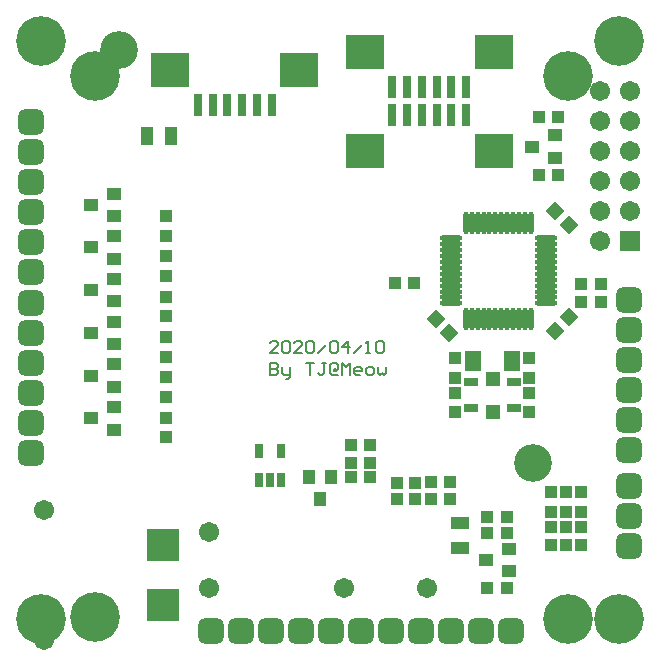
<source format=gts>
G04*
G04 #@! TF.GenerationSoftware,Altium Limited,Altium Designer,18.1.9 (240)*
G04*
G04 Layer_Color=8388736*
%FSLAX25Y25*%
%MOIN*%
G70*
G01*
G75*
%ADD16C,0.00800*%
%ADD19C,0.00600*%
%ADD42R,0.04300X0.04300*%
G04:AMPARAMS|DCode=43|XSize=86.74mil|YSize=86.74mil|CornerRadius=23.68mil|HoleSize=0mil|Usage=FLASHONLY|Rotation=0.000|XOffset=0mil|YOffset=0mil|HoleType=Round|Shape=RoundedRectangle|*
%AMROUNDEDRECTD43*
21,1,0.08674,0.03937,0,0,0.0*
21,1,0.03937,0.08674,0,0,0.0*
1,1,0.04737,0.01968,-0.01968*
1,1,0.04737,-0.01968,-0.01968*
1,1,0.04737,-0.01968,0.01968*
1,1,0.04737,0.01968,0.01968*
%
%ADD43ROUNDEDRECTD43*%
%ADD44R,0.03950X0.03950*%
%ADD45O,0.01981X0.07493*%
%ADD46O,0.07493X0.01981*%
%ADD47R,0.04300X0.04300*%
%ADD48R,0.03162X0.07493*%
G04:AMPARAMS|DCode=49|XSize=86.74mil|YSize=86.74mil|CornerRadius=23.68mil|HoleSize=0mil|Usage=FLASHONLY|Rotation=90.000|XOffset=0mil|YOffset=0mil|HoleType=Round|Shape=RoundedRectangle|*
%AMROUNDEDRECTD49*
21,1,0.08674,0.03937,0,0,90.0*
21,1,0.03937,0.08674,0,0,90.0*
1,1,0.04737,0.01968,0.01968*
1,1,0.04737,0.01968,-0.01968*
1,1,0.04737,-0.01968,-0.01968*
1,1,0.04737,-0.01968,0.01968*
%
%ADD49ROUNDEDRECTD49*%
%ADD50R,0.12611X0.11430*%
%ADD51R,0.05918X0.04147*%
%ADD52R,0.03162X0.05131*%
%ADD53R,0.03950X0.04737*%
%ADD54R,0.04737X0.03950*%
%ADD55R,0.04147X0.05918*%
%ADD56P,0.06081X4X90.0*%
%ADD57P,0.06081X4X360.0*%
%ADD58R,0.05524X0.06706*%
%ADD59R,0.04737X0.04737*%
%ADD60R,0.04737X0.03162*%
%ADD61R,0.03950X0.03950*%
%ADD62R,0.06706X0.06706*%
%ADD63C,0.06706*%
%ADD64C,0.06706*%
%ADD65R,0.10642X0.10642*%
%ADD66C,0.12611*%
%ADD67C,0.16548*%
D16*
X470300Y242855D02*
Y238856D01*
X472299D01*
X472966Y239522D01*
Y240189D01*
X472299Y240855D01*
X470300D01*
X472299D01*
X472966Y241522D01*
Y242188D01*
X472299Y242855D01*
X470300D01*
X474299Y241522D02*
Y239522D01*
X474965Y238856D01*
X476965D01*
Y238190D01*
X476298Y237523D01*
X475632D01*
X476965Y238856D02*
Y241522D01*
X482296Y242855D02*
X484962D01*
X483629D01*
Y238856D01*
X488961Y242855D02*
X487628D01*
X488294D01*
Y239522D01*
X487628Y238856D01*
X486961D01*
X486295Y239522D01*
X492293Y240189D02*
Y240855D01*
X491627D01*
Y240189D01*
X492293D01*
X492959Y240855D01*
Y242188D01*
X492293Y242855D01*
X490960D01*
X490294Y242188D01*
Y239522D01*
X490960Y238856D01*
X492959D01*
X494292D02*
Y242855D01*
X495625Y241522D01*
X496958Y242855D01*
Y238856D01*
X500290D02*
X498957D01*
X498291Y239522D01*
Y240855D01*
X498957Y241522D01*
X500290D01*
X500957Y240855D01*
Y240189D01*
X498291D01*
X502956Y238856D02*
X504289D01*
X504955Y239522D01*
Y240855D01*
X504289Y241522D01*
X502956D01*
X502290Y240855D01*
Y239522D01*
X502956Y238856D01*
X506288Y241522D02*
Y239522D01*
X506955Y238856D01*
X507621Y239522D01*
X508288Y238856D01*
X508954Y239522D01*
Y241522D01*
D19*
X472766Y246250D02*
X470100D01*
X472766Y248916D01*
Y249582D01*
X472099Y250249D01*
X470766D01*
X470100Y249582D01*
X474099D02*
X474765Y250249D01*
X476098D01*
X476764Y249582D01*
Y246916D01*
X476098Y246250D01*
X474765D01*
X474099Y246916D01*
Y249582D01*
X480763Y246250D02*
X478097D01*
X480763Y248916D01*
Y249582D01*
X480097Y250249D01*
X478764D01*
X478097Y249582D01*
X482096D02*
X482763Y250249D01*
X484095D01*
X484762Y249582D01*
Y246916D01*
X484095Y246250D01*
X482763D01*
X482096Y246916D01*
Y249582D01*
X486095Y246250D02*
X488761Y248916D01*
X490094Y249582D02*
X490760Y250249D01*
X492093D01*
X492759Y249582D01*
Y246916D01*
X492093Y246250D01*
X490760D01*
X490094Y246916D01*
Y249582D01*
X496092Y246250D02*
Y250249D01*
X494092Y248249D01*
X496758D01*
X498091Y246250D02*
X500757Y248916D01*
X502090Y246250D02*
X503423D01*
X502756D01*
Y250249D01*
X502090Y249582D01*
X505422D02*
X506088Y250249D01*
X507421D01*
X508088Y249582D01*
Y246916D01*
X507421Y246250D01*
X506088D01*
X505422Y246916D01*
Y249582D01*
D42*
X559726Y305700D02*
D03*
X566226D02*
D03*
Y324900D02*
D03*
X559726D02*
D03*
X523850Y203084D02*
D03*
X530350D02*
D03*
X503650Y209442D02*
D03*
X497150D02*
D03*
Y215700D02*
D03*
X503650D02*
D03*
X530350Y197600D02*
D03*
X523850D02*
D03*
X497150Y204916D02*
D03*
X503650D02*
D03*
X573950Y263133D02*
D03*
X580450D02*
D03*
X573950Y269165D02*
D03*
X580450D02*
D03*
X518350Y269700D02*
D03*
X511850D02*
D03*
X549043Y186300D02*
D03*
X542543D02*
D03*
X542543Y168000D02*
D03*
X549043D02*
D03*
X549043Y191572D02*
D03*
X542543D02*
D03*
D43*
X390600Y323200D02*
D03*
Y313200D02*
D03*
Y303200D02*
D03*
Y293200D02*
D03*
Y283200D02*
D03*
Y273200D02*
D03*
X589800Y264000D02*
D03*
Y254000D02*
D03*
Y244000D02*
D03*
Y234000D02*
D03*
Y224000D02*
D03*
Y214000D02*
D03*
X390600Y262900D02*
D03*
Y252900D02*
D03*
Y242900D02*
D03*
Y232900D02*
D03*
Y222900D02*
D03*
Y212900D02*
D03*
X589800Y202000D02*
D03*
Y192000D02*
D03*
Y182000D02*
D03*
D44*
X518400Y202884D02*
D03*
X512495D02*
D03*
X518400Y197400D02*
D03*
X512495D02*
D03*
D45*
X537442Y257655D02*
D03*
X539410D02*
D03*
X541379D02*
D03*
X551221Y289545D02*
D03*
X553190D02*
D03*
X555158D02*
D03*
Y257655D02*
D03*
X553190D02*
D03*
X535473D02*
D03*
X543347D02*
D03*
X545316D02*
D03*
X547284D02*
D03*
X549253D02*
D03*
X551221D02*
D03*
X557127D02*
D03*
Y289545D02*
D03*
X549253D02*
D03*
X547284D02*
D03*
X545316D02*
D03*
X543347D02*
D03*
X541379D02*
D03*
X539410D02*
D03*
X537442D02*
D03*
X535473D02*
D03*
D46*
X530355Y266710D02*
D03*
Y268679D02*
D03*
X562245Y278521D02*
D03*
Y280490D02*
D03*
X530355Y276553D02*
D03*
Y272616D02*
D03*
Y274584D02*
D03*
Y278521D02*
D03*
X562245Y262773D02*
D03*
Y264742D02*
D03*
Y266710D02*
D03*
Y268679D02*
D03*
Y270647D02*
D03*
Y272616D02*
D03*
Y274584D02*
D03*
Y276553D02*
D03*
Y282458D02*
D03*
Y284427D02*
D03*
X530355D02*
D03*
Y282458D02*
D03*
Y280490D02*
D03*
Y270647D02*
D03*
Y264742D02*
D03*
Y262773D02*
D03*
D47*
X563981Y193300D02*
D03*
X568902D02*
D03*
X573701D02*
D03*
X435600Y218150D02*
D03*
Y224650D02*
D03*
Y245030D02*
D03*
Y251530D02*
D03*
Y258470D02*
D03*
Y264970D02*
D03*
Y271910D02*
D03*
Y278410D02*
D03*
Y285350D02*
D03*
Y291850D02*
D03*
Y231590D02*
D03*
Y238090D02*
D03*
X556385Y244450D02*
D03*
Y237950D02*
D03*
X531785Y244450D02*
D03*
Y237950D02*
D03*
Y226550D02*
D03*
Y233050D02*
D03*
X573701Y199800D02*
D03*
X568902D02*
D03*
X563981D02*
D03*
X556385Y226550D02*
D03*
Y233050D02*
D03*
D48*
X520800Y334800D02*
D03*
X525721D02*
D03*
X510957Y325500D02*
D03*
X535564D02*
D03*
X530643D02*
D03*
X525721D02*
D03*
X520800D02*
D03*
X515879D02*
D03*
X465842Y328826D02*
D03*
X460921D02*
D03*
X456000D02*
D03*
X451079D02*
D03*
X446158D02*
D03*
X470764D02*
D03*
X510957Y334800D02*
D03*
X515879D02*
D03*
X535564D02*
D03*
X530643D02*
D03*
D49*
Y153600D02*
D03*
X540642D02*
D03*
X550642D02*
D03*
X520600D02*
D03*
X510600D02*
D03*
X500600D02*
D03*
X490600D02*
D03*
X480600D02*
D03*
X470600D02*
D03*
X460600D02*
D03*
X450600D02*
D03*
D50*
X544816Y313689D02*
D03*
X501706D02*
D03*
X480016Y340637D02*
D03*
X436905D02*
D03*
X501706Y346611D02*
D03*
X544816D02*
D03*
D51*
X533400Y189534D02*
D03*
Y181266D02*
D03*
D52*
X466360Y203991D02*
D03*
X470100D02*
D03*
X473840D02*
D03*
Y213440D02*
D03*
X466360D02*
D03*
D53*
X486900Y197560D02*
D03*
X483160Y205040D02*
D03*
X490640D02*
D03*
D54*
X557560Y315000D02*
D03*
X565040Y318740D02*
D03*
Y311260D02*
D03*
X410560Y295651D02*
D03*
X418040Y299391D02*
D03*
Y291911D02*
D03*
X410560Y281404D02*
D03*
X418040Y285144D02*
D03*
Y277664D02*
D03*
X410560Y238663D02*
D03*
X418040Y242403D02*
D03*
Y234923D02*
D03*
X410560Y224416D02*
D03*
X418040Y228156D02*
D03*
Y220676D02*
D03*
X410560Y267157D02*
D03*
X418040Y270897D02*
D03*
Y263417D02*
D03*
X410560Y252910D02*
D03*
X418040Y256650D02*
D03*
Y249170D02*
D03*
X549833Y173560D02*
D03*
Y181040D02*
D03*
X542353Y177300D02*
D03*
D55*
X437334Y318600D02*
D03*
X429066D02*
D03*
D56*
X569898Y258198D02*
D03*
X565302Y253602D02*
D03*
D57*
X569898Y288900D02*
D03*
X565302Y293496D02*
D03*
X525402Y257498D02*
D03*
X529998Y252902D02*
D03*
D58*
X537889Y243603D02*
D03*
X550881D02*
D03*
D59*
X544385Y226688D02*
D03*
Y237712D02*
D03*
D60*
X537298Y227869D02*
D03*
X551472D02*
D03*
Y236531D02*
D03*
X537298D02*
D03*
D61*
X563981Y182194D02*
D03*
Y188100D02*
D03*
X573701D02*
D03*
Y182194D02*
D03*
X568902Y188100D02*
D03*
Y182194D02*
D03*
D62*
X590200Y283500D02*
D03*
D63*
X580200D02*
D03*
X590200Y293500D02*
D03*
X580200D02*
D03*
X590200Y303500D02*
D03*
X580200D02*
D03*
X590200Y313500D02*
D03*
X580200D02*
D03*
X590200Y323500D02*
D03*
X580200D02*
D03*
X590200Y333500D02*
D03*
X580200D02*
D03*
X394900Y150541D02*
D03*
Y194041D02*
D03*
D64*
X495000Y168000D02*
D03*
X522559D02*
D03*
X449724Y186504D02*
D03*
Y168000D02*
D03*
D65*
X434400Y182291D02*
D03*
Y162291D02*
D03*
D66*
X557758Y209476D02*
D03*
X419885Y347271D02*
D03*
D67*
X393701Y350394D02*
D03*
X586614D02*
D03*
Y157480D02*
D03*
X411920Y338583D02*
D03*
X569400D02*
D03*
Y157480D02*
D03*
X411920Y158118D02*
D03*
X393701Y157480D02*
D03*
M02*

</source>
